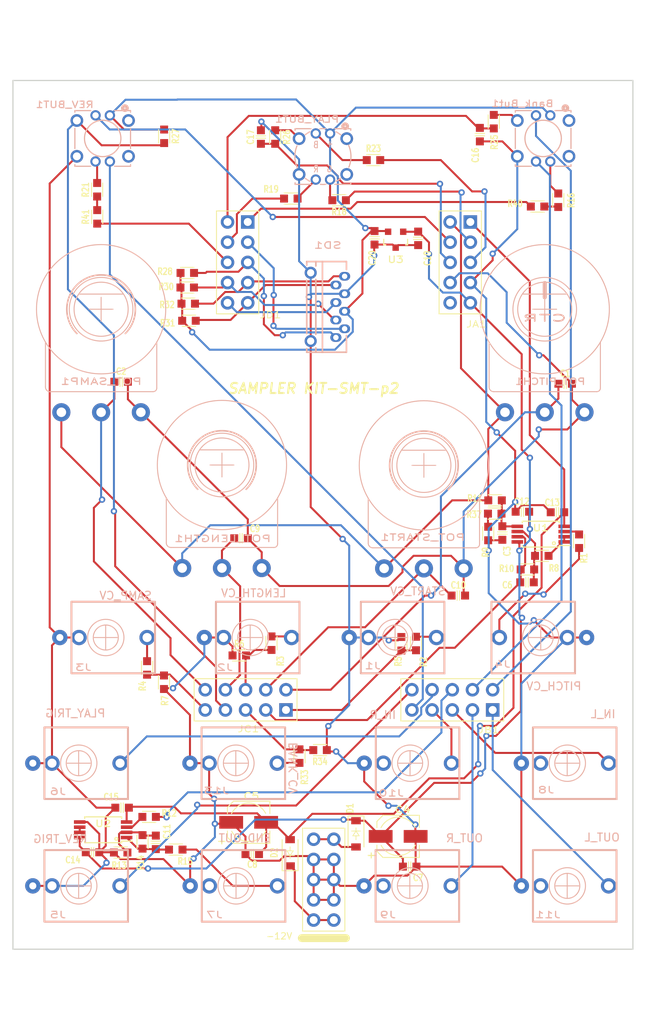
<source format=kicad_pcb>
(kicad_pcb (version 20221018) (generator pcbnew)
  (layers (0 "F.Cu" signal) (31 "B.Cu" signal) (34 "B.Paste" user) (35 "F.Paste" user) (36 "B.SilkS" user "B.Silkscreen") (37 "F.SilkS" user "F.Silkscreen") (38 "B.Mask" user) (39 "F.Mask" user) (44 "Edge.Cuts" user))
  (net 0 "")
  (net 1 "GND")
  (net 2 "+3V3")
  (net 3 "/A4")
  (net 4 "GNDADC")
  (net 5 "/A5")
  (net 6 "Net-(Bank_But1-B)")
  (net 7 "+12V")
  (net 8 "-12VA")
  (net 9 "/A2")
  (net 10 "/A7")
  (net 11 "/A6")
  (net 12 "Net-(R16-Pad1)")
  (net 13 "Net-(C11-Pad2)")
  (net 14 "/D6")
  (net 15 "/D8")
  (net 16 "/A9")
  (net 17 "Net-(R21-Pad1)")
  (net 19 "Net-(Bank_But1-POLE-A)")
  (net 21 "Net-(U1B-+)")
  (net 22 "Net-(U1B--)")
  (net 23 "/D15")
  (net 24 "/D13")
  (net 25 "/AUDIO_IN2")
  (net 26 "Net-(U2A--)")
  (net 27 "/AUDIO_OUT1")
  (net 28 "Net-(D1-A)")
  (net 29 "Net-(D2-K)")
  (net 30 "/AUDIO_OUT2")
  (net 31 "Net-(J1-SIG)")
  (net 32 "/AUDIO_IN1")
  (net 33 "VREF+")
  (net 34 "/D11")
  (net 35 "/D10")
  (net 36 "/D14")
  (net 37 "/D12")
  (net 38 "/Unused(5V)")
  (net 39 "/D0")
  (net 40 "/D1")
  (net 41 "/D3")
  (net 42 "/D2")
  (net 43 "/D5")
  (net 44 "/D19")
  (net 45 "/D18")
  (net 46 "/D7")
  (net 47 "/D17")
  (net 48 "/D16")
  (net 49 "/D9")
  (net 50 "/A0")
  (net 51 "/A1")
  (net 52 "/A3")
  (net 53 "/A8")
  (net 54 "Net-(J2-SIG)")
  (net 55 "Net-(J3-SIG)")
  (net 56 "Net-(J4-SIG)")
  (net 58 "Net-(J7-SIG)")
  (net 63 "Net-(J13-SIG)")
  (net 64 "Net-(PLAY_BUT1-B)")
  (net 65 "Net-(PLAY_BUT1-R)")
  (net 66 "Net-(PLAY_BUT1-G)")
  (net 68 "Net-(PLAY_BUT1-POLE-A)")
  (net 70 "Net-(U1A-+)")
  (net 71 "Net-(U1A--)")
  (net 72 "Net-(R37-Pad1)")
  (net 73 "Net-(U2A-+)")
  (net 74 "Net-(REV_BUT1-R)")
  (net 75 "/D4")
  (net 78 "Net-(U2B--)")
  (footprint "4ms_Capacitor:C_0603" (layer "F.Cu") (at 61.91 111.26)
    (fp_text reference "C7")
    (fp_text value "0.1uF_0603_16V")
  )
  (footprint "4ms_Capacitor:C_0603" (layer "F.Cu") (at 43.2 19.53 90)
    (fp_text reference "C17")
    (fp_text value "0.1uF_0603_16V")
  )
  (footprint "4ms_Resistor:R_0603" (layer "F.Cu") (at 45 19.53 -90)
    (fp_text reference "R26")
    (fp_text value "10k_0603")
  )
  (footprint "4ms_Resistor:R_0603" (layer "F.Cu") (at 62.71 83.21 -90)
    (fp_text reference "R2")
    (fp_text value "47k_0603")
  )
  (footprint "4ms_Resistor:R_0603" (layer "F.Cu") (at 72.61 66.88)
    (fp_text reference "R37")
    (fp_text value "10k_0603")
  )
  (footprint "4ms_Diode:D_SOD-123" (layer "F.Cu") (at 46.87 109.52 90)
    (fp_text reference "D2")
    (fp_text value "B140HW-7")
  )
  (footprint "4ms_Resistor:R_0603" (layer "F.Cu") (at 48.05 97.37 90)
    (fp_text reference "R33")
    (fp_text value "47k_0603")
  )
  (footprint "4ms_Connector:Socket_2x05_2.54mm_TH" (layer "F.Cu") (at 41.271978 90.2938 -90)
    (fp_text reference "JC1")
    (fp_text value "Socket_02x05_TH" hide)
  )
  (footprint "4ms_Resistor:R_0603" (layer "F.Cu") (at 80.6 27.48 90)
    (fp_text reference "R16")
    (fp_text value "1k_0603")
  )
  (footprint "4ms_Capacitor:C_0603" (layer "F.Cu") (at 81.47 50.55)
    (fp_text reference "C1")
    (fp_text value "0.1uF_0603_16V")
  )
  (footprint "4ms_Capacitor:CP_Elec_5x5.3" (layer "F.Cu") (at 60.46 107.46)
    (fp_text reference "C4")
    (fp_text value "47uF_5x5.3_16V")
  )
  (footprint "4ms_Resistor:R_0603" (layer "F.Cu") (at 60.87 83.24 -90)
    (fp_text reference "R5")
    (fp_text value "100k_0603")
  )
  (footprint "4ms_Resistor:R_0603" (layer "F.Cu") (at 28.31 108.15 -90)
    (fp_text reference "R14")
    (fp_text value "47k_0603")
  )
  (footprint "4ms_Resistor:R_0603" (layer "F.Cu") (at 72.49 17.6 -90)
    (fp_text reference "R25")
    (fp_text value "10k_0603")
  )
  (footprint "4ms_Capacitor:C_0603" (layer "F.Cu") (at 25.74 103.85 180)
    (fp_text reference "C15")
    (fp_text value "0.1uF_0603_16V")
  )
  (footprint "4ms_Capacitor:C_0603" (layer "F.Cu") (at 62.98 32.27 -90)
    (fp_text reference "C19")
    (fp_text value "1uF_0603_25V")
  )
  (footprint "4ms_Capacitor:C_0603" (layer "F.Cu") (at 57.49 32.2 -90)
    (fp_text reference "C20")
    (fp_text value "2.2uF_0603_25V")
  )
  (footprint "4ms_Diode:D_SOD-123" (layer "F.Cu") (at 55.16 107.14 -90)
    (fp_text reference "D1")
    (fp_text value "B140HW-7")
  )
  (footprint "4ms_Capacitor:C_0603" (layer "F.Cu") (at 80.5 66.71 180)
    (fp_text reference "C13")
    (fp_text value "0.1uF_0603_16V")
  )
  (footprint "4ms_Resistor:R_0603" (layer "F.Cu") (at 57.36 22.43)
    (fp_text reference "R23")
    (fp_text value "330Ω_0603")
  )
  (footprint "4ms_Capacitor:C_0603" (layer "F.Cu") (at 40.7 69.98)
    (fp_text reference "C9")
    (fp_text value "0.1uF_0603_16V")
  )
  (footprint "4ms_Package_SSOP:TSSOP-8_4.4x3mm_Pitch0.65mm" (layer "F.Cu") (at 78.4 69.46 180)
    (fp_text reference "U1")
    (fp_text value "NJM2068")
  )
  (footprint "4ms_Resistor:R_0603" (layer "F.Cu") (at 33.93 38.45)
    (fp_text reference "R30")
    (fp_text value "33k_0603")
  )
  (footprint "4ms_Resistor:R_0603" (layer "F.Cu") (at 22.6 26.16 90)
    (fp_text reference "R21")
    (fp_text value "1k_0603")
  )
  (footprint "4ms_Connector:Pins_2x05_2.54mm_TH_Europower" (layer "F.Cu") (at 51.1 112.9)
    (fp_text reference "J14" hide)
    (fp_text value "Eurorack_Power_10pin_Unshrouded")
  )
  (footprint "4ms_Resistor:R_0603" (layer "F.Cu") (at 28.88 86.28 -90)
    (fp_text reference "R4")
    (fp_text value "47k_0603")
  )
  (footprint "4ms_Resistor:R_0603" (layer "F.Cu") (at 33.94 36.62)
    (fp_text reference "R28")
    (fp_text value "33k_0603")
  )
  (footprint "4ms_Resistor:R_0603" (layer "F.Cu") (at 78 28.27)
    (fp_text reference "R40")
    (fp_text value "1k_0603")
  )
  (footprint "4ms_Resistor:R_0603" (layer "F.Cu") (at 83.22 70.35 90)
    (fp_text reference "R1")
    (fp_text value "1k_0603")
  )
  (footprint "4ms_Resistor:R_0603" (layer "F.Cu") (at 22.61 29.57 90)
    (fp_text reference "R41")
    (fp_text value "1k_0603")
  )
  (footprint "4ms_Resistor:R_0603" (layer "F.Cu") (at 29.14 105.01 180)
    (fp_text reference "R12")
    (fp_text value "10k_0603")
  )
  (footprint "4ms_Capacitor:C_0603" (layer "F.Cu") (at 42.11 109.69 180)
    (fp_text reference "C8")
    (fp_text value "0.1uF_0603_16V")
  )
  (footprint "4ms_Resistor:R_0603" (layer "F.Cu") (at 31.03 19.44 -90)
    (fp_text reference "R27")
    (fp_text value "47k_0603")
  )
  (footprint "4ms_Capacitor:C_0603" (layer "F.Cu") (at 76.67 75.52)
    (fp_text reference "C6")
    (fp_text value "1nF_0603_50V")
  )
  (footprint "4ms_Resistor:R_0603" (layer "F.Cu") (at 40.48 84.71)
    (fp_text reference "R6")
    (fp_text value "100k_0603")
  )
  (footprint "4ms_Resistor:R_0603" (layer "F.Cu") (at 71.79 69.38 90)
    (fp_text reference "R9")
    (fp_text value "10k_0603")
  )
  (footprint "4ms_Resistor:R_0603" (layer "F.Cu") (at 34.06 40.48)
    (fp_text reference "R32")
    (fp_text value "33k_0603")
  )
  (footprint "4ms_Capacitor:C_0603" (layer "F.Cu") (at 25.62 50.3)
    (fp_text reference "C2")
    (fp_text value "0.1uF_0603_16V")
  )
  (footprint "4ms_Resistor:R_0603" (layer "F.Cu") (at 25.56 109.49)
    (fp_text reference "R13")
    (fp_text value "33k_0603")
  )
  (footprint "4ms_Resistor:R_0603" (layer "F.Cu") (at 46.96 27.27)
    (fp_text reference "R19")
    (fp_text value "330Ω_0603")
  )
  (footprint "4ms_Capacitor:CP_Elec_5x5.3" (layer "F.Cu") (at 41.66 105.69)
    (fp_text reference "C5")
    (fp_text value "47uF_5x5.3_16V")
  )
  (footprint "4ms_Capacitor:C_0603" (layer "F.Cu") (at 22.02 109.46)
    (fp_text reference "C14")
    (fp_text value "0.1uF_0603_16V")
  )
  (footprint "4ms_Resistor:R_0603" (layer "F.Cu") (at 50.64 96.61 180)
    (fp_text reference "R34")
    (fp_text value "100k_0603")
  )
  (footprint "4ms_Connector:Socket_2x05_2.54mm_TH" (layer "F.Cu") (at 68.272 35.293808)
    (fp_text reference "JA1")
    (fp_text value "Socket_02x05_TH" hide)
  )
  (footprint "4ms_Resistor:R_0603" (layer "F.Cu") (at 34.15 42.63)
    (fp_text reference "R31")
    (fp_text value "33k_0603")
  )
  (footprint "4ms_Package_SSOP:TSSOP-8_4.4x3mm_Pitch0.65mm" (layer "F.Cu") (at 23.36 106.63 180)
    (fp_text reference "U2")
    (fp_text value "NJM2068")
  )
  (footprint "4ms_Resistor:R_0603" (layer "F.Cu") (at 31.01 88.08 90)
    (fp_text reference "R7")
    (fp_text value "100k_0603")
  )
  (footprint "4ms_Package_SOT:SOT23-3_PO132" (layer "F.Cu") (at 60.15 32.44 180)
    (fp_text reference "U3")
    (fp_text value "AP7384-33")
  )
  (footprint "4ms_Capacitor:C_0603" (layer "F.Cu") (at 76.09 66.64 180)
    (fp_text reference "C12")
    (fp_text value "0.1uF_0603_16V")
  )
  (footprint "4ms_Capacitor:C_0603" (layer "F.Cu") (at 70.74 19.23 -90)
    (fp_text reference "C16")
    (fp_text value "0.1uF_0603_16V")
  )
  (footprint "4ms_Resistor:R_0603" (layer "F.Cu") (at 72.65 65.21 180)
    (fp_text reference "R11")
    (fp_text value "33k_0603")
  )
  (footprint "4ms_Resistor:R_0603" (layer "F.Cu") (at 76.72 73.9)
    (fp_text reference "R10")
    (fp_text value "33k_0603")
  )
  (footprint "4ms_Resistor:R_0603" (layer "F.Cu") (at 32.49 109.12)
    (fp_text reference "R15")
    (fp_text value "1k_0603")
  )
  (footprint "4ms_Capacitor:C_0603" (layer "F.Cu") (at 29.98 108.21 -90)
    (fp_text reference "C11")
    (fp_text value "100pF_0603_50V")
  )
  (footprint "4ms_Resistor:R_0603" (layer "F.Cu") (at 53.04 27.48 180)
    (fp_text reference "R18")
    (fp_text value "330Ω_0603")
  )
  (footprint "4ms_Connector:Socket_2x05_2.54mm_TH" (layer "F.Cu") (at 67.272002 90.2938 -90)
    (fp_text reference "JB1")
    (fp_text value "Socket_02x05_TH" hide)
  )
  (footprint "4ms_Resistor:R_0603" (layer "F.Cu") (at 78.53 72.19 180)
    (fp_text reference "R8")
    (fp_text value "100k_0603")
  )
  (footprint "4ms_Capacitor:C_0603" (layer "F.Cu") (at 73.57 69.32 90)
    (fp_text reference "C3")
    (fp_text value "0.1uF_0603_16V")
  )
  (footprint "4ms_Connector:Socket_2x05_2.54mm_TH" (layer "F.Cu") (at 40.27198 35.293808)
    (fp_text reference "JD1")
    (fp_text value "Socket_02x05_TH" hide)
  )
  (footprint "4ms_Resistor:R_0603" (layer "F.Cu") (at 44.53 83.17 -90)
    (fp_text reference "R3")
    (fp_text value "47k_0603")
  )
  (footprint "4ms_Capacitor:C_0603" (layer "F.Cu") (at 68.03 77.18)
    (fp_text reference "C10")
    (fp_text value "0.1uF_0603_16V")
  )
  (footprint "4ms_Jack:EighthInch_PJ398SM" (layer "B.Cu") (at 61.957 98.257236 180)
    (fp_text reference "J10")
    (fp_text value "AUDIO_INR")
  )
  (footprint "4ms_Switch:Button_RgbLED_SPST_TC002" (layer "B.Cu") (at 78.7 19.707236 180)
    (fp_text reference "Bank_But1")
    (fp_text value "Button_SPST_RGB_5.4mmCap" hide)
  )
  (footprint "4ms_Connector_Card:CardSlot_MicroSD_YamaichiPJS008U-3000" (layer "B.Cu") (at 51.01 41.29 90)
    (fp_text reference "SD1")
    (fp_text value "microSDCon_Vert_TH_PJS008U-3000")
  )
  (footprint "4ms_Potentiometer:Pot_16mm_NoDet_RV16AF-4A" (layer "B.Cu") (at 38.3 60.77 180)
    (fp_text reference "POT_LENGTH1")
    (fp_text value "16mm_NoDet_10k")
  )
  (footprint "4ms_Jack:EighthInch_PJ398SM" (layer "B.Cu") (at 41.85 82.457236 180)
    (fp_text reference "J2")
    (fp_text value "LENGTH_CV")
  )
  (footprint "4ms_Potentiometer:Pot_16mm_CtrDet_RV16AF-4A" (layer "B.Cu") (at 78.9 41.182236 180)
    (fp_text reference "POT_PITCH1")
    (fp_text value "16mm_CtrDet_10k")
  )
  (footprint "4ms_Jack:EighthInch_PJ398SM" (layer "B.Cu") (at 40.07 113.682236 180)
    (fp_text reference "J7")
    (fp_text value "END_OUT")
  )
  (footprint "4ms_Jack:EighthInch_PJ398SM" (layer "B.Cu") (at 20.275 98.257236 180)
    (fp_text reference "J6")
    (fp_text value "PLAY_TRIG")
  )
  (footprint "4ms_Jack:EighthInch_PJ398SM" (layer "B.Cu") (at 78.4 82.457236)
    (fp_text reference "J4")
    (fp_text value "PITCH CV")
  )
  (footprint "4ms_Switch:Button_RgbLED_SPST_TC002" (layer "B.Cu") (at 23.3 19.707236 180)
    (fp_text reference "REV_BUT1")
    (fp_text value "Button_SPST_RGB_5.4mmCap" hide)
  )
  (footprint "4ms_Jack:EighthInch_PJ398SM" (layer "B.Cu") (at 20.275 113.682236 180)
    (fp_text reference "J5")
    (fp_text value "REV_TRIG")
  )
  (footprint "4ms_Jack:EighthInch_PJ398SM" (layer "B.Cu") (at 61.93 113.682236 180)
    (fp_text reference "J9")
    (fp_text value "AUIDO_OUTR")
  )
  (footprint "4ms_Jack:EighthInch_PJ398SM" (layer "B.Cu") (at 81.725 98.257236 180)
    (fp_text reference "J8")
    (fp_text value "AUDIO_INL")
  )
  (footprint "4ms_Jack:EighthInch_PJ398SM" (layer "B.Cu") (at 60.075 82.457236 180)
    (fp_text reference "J1")
    (fp_text value "START_CV")
  )
  (footprint "4ms_Jack:EighthInch_PJ398SM" (layer "B.Cu") (at 81.725 113.682236 180)
    (fp_text reference "J11")
    (fp_text value "AUDIO_OUTL")
  )
  (footprint "4ms_Jack:EighthInch_PJ398SM" (layer "B.Cu") (at 40.043 98.257236 180)
    (fp_text reference "J13")
    (fp_text value "BANK_CV")
  )
  (footprint "4ms_Potentiometer:Pot_16mm_NoDet_RV16AF-4A" (layer "B.Cu") (at 63.7 60.814319 180)
    (fp_text reference "POT_START1")
    (fp_text value "16mm_NoDet_10k")
  )
  (footprint "4ms_Switch:Button_RgbLED_SPST_PB615303HL-7mm" (layer "B.Cu") (at 51 21.982236 180)
    (fp_text reference "PLAY_BUT1")
    (fp_text value "Button_SPST_RGB_7mmCap" hide)
  )
  (footprint "4ms_Potentiometer:Pot_16mm_NoDet_RV16AF-4A" (layer "B.Cu") (at 23.1 41.182236 180)
    (fp_text reference "POT_SAMP1")
    (fp_text value "16mm_NoDet_10k")
  )
  (footprint "4ms_Jack:EighthInch_PJ398SM" (layer "B.Cu") (at 23.675 82.457236 180)
    (fp_text reference "J3")
    (fp_text value "SAMP_CV")
  )
  (gr_line (start 89.989 121.6438) (end 89.989 12.4238) (stroke (width 0.15)) (layer "Edge.Cuts"))
  (gr_line (start 12.011 121.6438) (end 89.989 121.6438) (stroke (width 0.15)) (layer "Edge.Cuts"))
  (gr_line (start 12.011 12.4238) (end 89.989 12.4238) (stroke (width 0.15)) (layer "Edge.Cuts"))
  (gr_line (start 12.011 121.6438) (end 12.011 12.4238) (stroke (width 0.15)) (layer "Edge.Cuts"))
  (gr_text "REV_TRIG" (at 14.5 107.2) (layer "B.SilkS") (effects (font (size 1 1)) (justify right top mirror)))
  (gr_text "IN_L" (at 84.6 91.5) (layer "B.SilkS") (effects (font (size 1 1)) (justify right top mirror)))
  (gr_text "END_OUT" (at 37.8 107.1) (layer "B.SilkS") (effects (font (size 1 1)) (justify right top mirror)))
  (gr_text "BANK_CV" (at 46.69 102.24 90) (layer "B.SilkS") (effects (font (size 1 1)) (justify right top mirror)))
  (gr_text "OUT_L" (at 83.8 107) (layer "B.SilkS") (effects (font (size 1 1)) (justify right top mirror)))
  (gr_text "START_CV" (at 59.37 76.05) (layer "B.SilkS") (effects (font (size 1 1)) (justify right top mirror)))
  (gr_text "OUT_R" (at 66.4 107.1) (layer "B.SilkS") (effects (font (size 1 1)) (justify right top mirror)))
  (gr_text "LENGTH_CV" (at 38.1 76.3) (layer "B.SilkS") (effects (font (size 1 1)) (justify right top mirror)))
  (gr_text "IN_R" (at 56.8 91.6) (layer "B.SilkS") (effects (font (size 1 1)) (justify right top mirror)))
  (gr_text "SAMP_CV" (at 22.8 76.6) (layer "B.SilkS") (effects (font (size 1 1)) (justify right top mirror)))
  (gr_text "PLAY_TRIG" (at 16 91.4) (layer "B.SilkS") (effects (font (size 1 1)) (justify right top mirror)))
  (gr_text "PITCH_CV" (at 76.5 88) (layer "B.SilkS") (effects (font (size 1 1)) (justify right top mirror)))
  (gr_text "SAMPLER KIT-SMT-p2" (at 49.82 51.14) (layer "F.SilkS") (effects (font (size 1.27 1.27) (thickness 0.254) bold italic)))
  (segment (start 62.66 107.46) (end 62.66 111.16) (width 0.25) (layer "F.Cu") (net 1))
  (segment (start 34.3042 110.6658) (end 34.73 110.24) (width 0.25) (layer "F.Cu") (net 1))
  (segment (start 71.79 70.23) (end 73.51 70.23) (width 0.25) (layer "F.Cu") (net 1))
  (segment (start 20.05 21.957236) (end 16.632 25.375236) (width 0.25) (layer "F.Cu") (net 1))
  (segment (start 37.41 105.87) (end 39.28 105.87) (width 0.25) (layer "F.Cu") (net 1))
  (segment (start 52.37 112.9) (end 52.37 110.36) (width 0.25) (layer "F.Cu") (net 1))
  (segment (start 75.18 58.99) (end 72.857701 56.667701) (width 0.25) (layer "F.Cu") (net 1))
  (segment (start 53.48 70.07) (end 49.46008 66.05008) (width 0.25) (layer "F.Cu") (net 1))
  (segment (start 25.535 110.315) (end 24.71 109.49) (width 0.25) (layer "F.Cu") (net 1))
  (segment (start 16.632 25.375236) (end 16.632 81.180036) (width 0.25) (layer "F.Cu") (net 1))
  (segment (start 16.9222 83.444236) (end 17.9092 82.457236) (width 0.25) (layer "F.Cu") (net 1))
  (segment (start 73.572764 20.08) (end 75.45 21.957236) (width 0.25) (layer "F.Cu") (net 1))
  (segment (start 75.24 66.64) (end 76.065 65.815) (width 0.25) (layer "F.Cu") (net 1))
  (segment (start 36.0842 82.457236) (end 38.4972 82.457236) (width 0.25) (layer "F.Cu") (net 1))
  (segment (start 24.89 103.85) (end 22.514964 103.85) (width 0.25) (layer "F.Cu") (net 1))
  (segment (start 22.514964 103.85) (end 16.9222 98.257236) (width 0.25) (layer "F.Cu") (net 1))
  (segment (start 49.46008 39.86008) (end 49.46008 45.1826) (width 0.25) (layer "F.Cu") (net 1))
  (segment (start 34.2772 92.1972) (end 31.01 88.93) (width 0.25) (layer "F.Cu") (net 1))
  (segment (start 61.627964 112.392036) (end 57.4544 112.392036) (width 0.25) (layer "F.Cu") (net 1))
  (segment (start 84.1658 82.457236) (end 81.7528 82.457236) (width 0.25) (layer "F.Cu") (net 1))
  (segment (start 39.63 83.590036) (end 38.4972 82.457236) (width 0.25) (layer "F.Cu") (net 1))
  (segment (start 20.41 105.655) (end 21.385 105.655) (width 0.25) (layer "F.Cu") (net 1))
  (segment (start 69.542 37.833808) (end 72.35 35.025808) (width 0.25) (layer "F.Cu") (net 1))
  (segment (start 22.87 109.46) (end 23.68 108.65) (width 0.25) (layer "F.Cu") (net 1))
  (segment (start 34.2772 98.257236) (end 34.2772 92.1972) (width 0.25) (layer "F.Cu") (net 1))
  (segment (start 23.78 110.37) (end 22.87 109.46) (width 0.25) (layer "F.Cu") (net 1))
  (segment (start 57.49 33.05) (end 59.76178 33.05) (width 0.25) (layer "F.Cu") (net 1))
  (segment (start 56.1642 113.682236) (end 53.152236 113.682236) (width 0.25) (layer "F.Cu") (net 1))
  (segment (start 59.28 82.81) (end 60.45 82.81) (width 0.25) (layer "F.Cu") (net 1))
  (segment (start 72.35 35.025808) (end 72.35 34.2) (width 0.25) (layer "F.Cu") (net 1))
  (segment (start 20.3222 82.457236) (end 17.9092 82.457236) (width 0.25) (layer "F.Cu") (net 1))
  (segment (start 62.63 105.97) (end 62.63 107.43) (width 0.25) (layer "F.Cu") (net 1))
  (segment (start 16.632 81.180036) (end 17.9092 82.457236) (width 0.25) (layer "F.Cu") (net 1))
  (segment (start 41.26 107.49) (end 39.46 105.69) (width 0.25) (layer "F.Cu") (net 1))
  (segment (start 49.83 110.36) (end 49.83 112.9) (width 0.25) (layer "F.Cu") (net 1))
  (segment (start 41.26 109.69) (end 41.26 107.49) (width 0.25) (layer "F.Cu") (net 1))
  (segment (start 78.755 65.815) (end 79.65 66.71) (width 0.25) (layer "F.Cu") (net 1))
  (segment (start 62.76 111.26) (end 73.536964 111.26) (width 0.25) (layer "F.Cu") (net 1))
  (segment (start 42.085 110.515) (end 45.555 110.515) (width 0.25) (layer "F.Cu") (net 1))
  (segment (start 21.385 105.655) (end 22.87 107.14) (width 0.25) (layer "F.Cu") (net 1))
  (segment (start 49.46008 66.05008) (end 49.46008 45.1826) (width 0.25) (layer "F.Cu") (net 1))
  (segment (start 34.3042 113.682236) (end 30.936964 110.315) (width 0.25) (layer "F.Cu") (net 1))
  (segment (start 73.536964 111.26) (end 75.9592 113.682236) (width 0.25) (layer "F.Cu") (net 1))
  (segment (start 46.135 109.935) (end 49.405 109.935) (width 0.25) (layer "F.Cu") (net 1))
  (segment (start 60.45 82.81) (end 60.87 82.39) (width 0.25) (layer "F.Cu") (net 1))
  (segment (start 79.697236 82.457236) (end 77.525602 80.285602) (width 0.25) (layer "F.Cu") (net 1))
  (segment (start 22.87 109.46) (end 24.68 109.46) (width 0.25) (layer "F.Cu") (net 1))
  (segment (start 49.24 39.64) (end 49.46008 39.86008) (width 0.25) (layer "F.Cu") (net 1))
  (segment (start 76.065 65.815) (end 78.755 65.815) (width 0.25) (layer "F.Cu") (net 1))
  (segment (start 71.85 71.52) (end 71.85 70.29) (width 0.25) (layer "F.Cu") (net 1))
  (segment (start 34.3042 113.682236) (end 34.3042 110.6658) (width 0.25) (layer "F.Cu") (net 1))
  (segment (start 22.87 107.14) (end 22.87 109.46) (width 0.25) (layer "F.Cu") (net 1))
  (segment (start 75.9592 113.682236) (end 75.9592 98.257236) (width 0.25) (layer "F.Cu") (net 1))
  (segment (start 59.76178 33.05) (end 60.15 33.43822) (width 0.25) (layer "F.Cu") (net 1))
  (segment (start 49.83 115.44) (end 52.37 115.44) (width 0.25) (layer "F.Cu") (net 1))
  (segment (start 23.68 105.06) (end 24.89 103.85) (width 0.25) (layer "F.Cu") (net 1))
  (segment (start 39.63 84.71) (end 39.63 83.590036) (width 0.25) (layer "F.Cu") (net 1))
  (segment (start 52.66 96.79) (end 51.67 96.79) (width 0.25) (layer "F.Cu") (net 1))
  (segment (start 49.83 112.9) (end 49.83 115.44) (width 0.25) (layer "F.Cu") (net 1))
  (segment (start 70.74 20.08) (end 73.572764 20.08) (width 0.25) (layer "F.Cu") (net 1))
  (segment (start 81.7528 82.457236) (end 79.697236 82.457236) (width 0.25) (layer "F.Cu") (net 1))
  (segment (start 45.555 110.515) (end 46.135 109.935) (width 0.25) (layer "F.Cu") (net 1))
  (segment (start 57.45 34.43) (end 57.45 33.09) (width 0.25) (layer "F.Cu") (net 1))
  (segment (start 41.26 109.69) (end 42.085 110.515) (width 0.25) (layer "F.Cu") (net 1))
  (segment (start 75.18 65.42) (end 75.18 66.58) (width 0.25) (layer "F.Cu") (net 1))
  (segment (start 49.83 112.9) (end 52.37 112.9) (width 0.25) (layer "F.Cu") (net 1))
  (segment (start 32.14 88.83) (end 31.11 88.83) (width 0.25) (layer "F.Cu") (net 1))
  (segment (start 52.37 112.9) (end 52.37 115.44) (width 0.25) (layer "F.Cu") (net 1))
  (segment (start 23.68 108.65) (end 23.68 105.06) (width 0.25) (layer "F.Cu") (net 1))
  (segment (start 43.26 17.5945) (end 43.26 18.62) (width 0.25) (layer "F.Cu") (net 1))
  (segment (start 60.46822 33.12) (end 60.15 33.43822) (width 0.25) (layer "F.Cu") (net 1))
  (segment (start 37.31 102.73) (end 36.6902 102.1102) (width 0.25) (layer "F.Cu") (net 1))
  (segment (start 14.5092 113.682236) (end 16.9222 113.682236) (width 0.25) (layer "F.Cu") (net 1))
  (segment (start 34.2772 98.257236) (end 36.6902 98.257236) (width 0.25) (layer "F.Cu") (net 1))
  (segment (start 62.98 33.12) (end 60.46822 33.12) (width 0.25) (layer "F.Cu") (net 1))
  (segment (start 53.152236 113.682236) (end 52.37 112.9) (width 0.25) (layer "F.Cu") (net 1))
  (segment (start 57.4544 112.392036) (end 56.1642 113.682236) (width 0.25) (layer "F.Cu") (net 1))
  (segment (start 62.76 111.26) (end 61.627964 112.392036) (width 0.25) (layer "F.Cu") (net 1))
  (segment (start 51.49 96.61) (end 51.49 93.78) (width 0.25) (layer "F.Cu") (net 1))
  (segment (start 23.78 110.77) (end 23.78 110.37) (width 0.25) (layer "F.Cu") (net 1))
  (segment (start 52.37 110.36) (end 49.83 110.36) (width 0.25) (layer "F.Cu") (net 1))
  (segment (start 56.1912 100.5512) (end 59.25 103.61) (width 0.25) (layer "F.Cu") (net 1))
  (segment (start 75.18 65.42) (end 75.18 58.99) (width 0.25) (layer "F.Cu") (net 1))
  (segment (start 30.936964 110.315) (end 25.535 110.315) (width 0.25) (layer "F.Cu") (net 1))
  (segment (start 51.49 93.78) (end 51.68 93.59) (width 0.25) (layer "F.Cu") (net 1))
  (segment (start 14.5092 98.257236) (end 16.9222 98.257236) (width 0.25) (layer "F.Cu") (net 1))
  (segment (start 56.1912 98.257236) (end 56.1912 100.5512) (width 0.25) (layer "F.Cu") (net 1))
  (segment (start 36.6902 102.1102) (end 36.6902 98.257236) (width 0.25) (layer "F.Cu") (net 1))
  (segment (start 16.9222 98.257236) (end 16.9222 83.444236) (width 0.25) (layer "F.Cu") (net 1))
  (via (at 53.48 70.07) (size 0.8) (drill 0.4) (layers "F.Cu" "B.Cu") (net 1))
  (via (at 49.24 39.64) (size 0.8) (drill 0.4) (layers "F.Cu" "B.Cu") (net 1))
  (via (at 72.35 34.2) (size 0.8) (drill 0.4) (layers "F.Cu" "B.Cu") (net 1))
  (via (at 72.857701 56.667701) (size 0.8) (drill 0.4) (layers "F.Cu" "B.Cu") (net 1))
  (via (at 23.78 110.77) (size 0.8) (drill 0.4) (layers "F.Cu" "B.Cu") (net 1))
  (via (at 51.68 93.59) (size 0.8) (drill 0.4) (layers "F.Cu" "B.Cu") (net 1))
  (via (at 75.18 65.42) (size 0.8) (drill 0.4) (layers "F.Cu" "B.Cu") (net 1))
  (via (at 57.45 34.43) (size 0.8) (drill 0.4) (layers "F.Cu" "B.Cu") (net 1))
  (via (at 32.14 88.83) (size 0.8) (drill 0.4) (layers "F.Cu" "B.Cu") (net 1))
  (via (at 62.63 105.97) (size 0.8) (drill 0.4) (layers "F.Cu" "B.Cu") (net 1))
  (via (at 59.28 82.81) (size 0.8) (drill 0.4) (layers "F.Cu" "B.Cu") (net 1))
  (via (at 37.41 105.87) (size 0.8) (drill 0.4) (layers "F.Cu" "B.Cu") (net 1))
  (via (at 34.73 110.24) (size 0.8) (drill 0.4) (layers "F.Cu" "B.Cu") (net 1))
  (via (at 43.26 17.5945) (size 0.8) (drill 0.4) (layers "F.Cu" "B.Cu") (net 1))
  (via (at 37.31 102.73) (size 0.8) (drill 0.4) (layers "F.Cu" "B.Cu") (net 1))
  (via (at 77.525602 80.285602) (size 0.8) (drill 0.4) (layers "F.Cu" "B.Cu") (net 1))
  (via (at 52.66 96.79) (size 0.8) (drill 0.4) (layers "F.Cu" "B.Cu") (net 1))
  (via (at 59.25 103.61) (size 0.8) (drill 0.4) (layers "F.Cu" "B.Cu") (net 1))
  (via (at 71.85 71.52) (size 0.8) (drill 0.4) (layers "F.Cu" "B.Cu") (net 1))
  (segment (start 48.004 24.232236) (end 48.004 22.3385) (width 0.25) (layer "B.Cu") (net 1))
  (segment (start 75.675 80.705) (end 71.85 76.88) (width 0.25) (layer "B.Cu") (net 1))
  (segment (start 20.867764 113.682236) (end 23.78 110.77) (width 0.25) (layer "B.Cu") (net 1))
  (segment (start 77.525602 80.285602) (end 77.106204 80.705) (width 0.25) (layer "B.Cu") (net 1))
  (segment (start 57.45 35.519963) (end 57.45 34.43) (width 0.25) (layer "B.Cu") (net 1))
  (segment (start 71.85 76.88) (end 71.85 71.52) (width 0.25) (layer "B.Cu") (net 1))
  (segment (start 71.542412 39.83422) (end 69.542 37.833808) (width 0.25) (layer "B.Cu") (net 1))
  (segment (start 54.3092 70.8992) (end 53.48 70.07) (width 0.25) (layer "B.Cu") (net 1))
  (segment (start 37.41 102.83) (end 37.31 102.73) (width 0.25) (layer "B.Cu") (net 1))
  (segment (start 56.7222 82.457236) (end 54.3092 82.457236) (width 0.25) (layer "B.Cu") (net 1))
  (segment (start 36.0842 84.8858) (end 32.14 88.83) (width 0.25) (layer "B.Cu") (net 1))
  (segment (start 49.46008 39.41992) (end 49.24 39.64) (width 0.25) (layer "B.Cu") (net 1))
  (segment (start 37.41 105.87) (end 37.41 102.83) (width 0.25) (layer "B.Cu") (net 1))
  (segment (start 54.3092 90.9608) (end 54.3092 82.457236) (width 0.25) (layer "B.Cu") (net 1))
  (segment (start 54.3092 82.457236) (end 54.3092 70.8992) (width 0.25) (layer "B.Cu") (net 1))
  (segment (start 58.927236 82.457236) (end 59.28 82.81) (width 0.25) (layer "B.Cu") (net 1))
  (segment (start 72.35 34.2) (end 75.45 31.1) (width 0.25) (layer "B.Cu") (net 1))
  (segment (start 36.0842 82.457236) (end 36.0842 84.8858) (width 0.25) (layer "B.Cu") (net 1))
  (segment (start 49.46008 36.5974) (end 49.46008 39.41992) (width 0.25) (layer "B.Cu") (net 1))
  (segment (start 49.639857 39.240143) (end 49.24 39.64) (width 0.25) (layer "B.Cu") (net 1))
  (segment (start 56.7222 82.457236) (end 58.927236 82.457236) (width 0.25) (layer "B.Cu") (net 1))
  (segment (start 72.857701 56.667701) (end 71.542412 55.352412) (width 0.25) (layer "B.Cu") (net 1))
  (segment (start 71.542412 55.352412) (end 71.542412 39.83422) (width 0.25) (layer "B.Cu") (net 1))
  (segment (start 53.72982 39.240143) (end 57.45 35.519963) (width 0.25) (layer "B.Cu") (net 1))
  (segment (start 53.72982 39.240143) (end 49.639857 39.240143) (width 0.25) (layer "B.Cu") (net 1))
  (segment (start 59.25 103.61) (end 60.27 103.61) (width 0.25) (layer "B.Cu") (net 1))
  (segment (start 48.004 22.3385) (end 43.26 17.5945) (width 0.25) (layer "B.Cu") (net 1))
  (segment (start 77.106204 80.705) (end 75.675 80.705) (width 0.25) (layer "B.Cu") (net 1))
  (segment (start 75.18 65.42) (end 71.85 68.75) (width 0.25) (layer "B.Cu") (net 1))
  (segment (start 34.73 110.24) (end 37.41 107.56) (width 0.25) (layer "B.Cu") (net 1))
  (segment (start 75.9592 98.257236) (end 75.9592 88.250836) (width 0.25) (layer "B.Cu") (net 1))
  (segment (start 75.45 31.1) (end 75.45 21.957236) (width 0.25) (layer "B.Cu") (net 1))
  (segment (start 54.127236 98.257236) (end 52.66 96.79) (width 0.25) (layer "B.Cu") (net 1))
  (segment (start 56.1912 98.257236) (end 54.127236 98.257236) (width 0.25) (layer "B.Cu") (net 1))
  (segment (start 60.27 103.61) (end 62.63 105.97) (width 0.25) (layer "B.Cu") (net 1))
  (segment (start 75.9592 88.250836) (end 81.7528 82.457236) (width 0.25) (layer "B.Cu") (net 1))
  (segment (start 37.41 107.56) (end 37.41 105.87) (width 0.25) (layer "B.Cu") (net 1))
  (segment (start 51.68 93.59) (end 54.3092 90.9608) (width 0.25) (layer "B.Cu") (net 1))
  (segment (start 16.9222 113.682236) (end 20.867764 113.682236) (width 0.25) (layer "B.Cu") (net 1))
  (segment (start 71.85 68.75) (end 71.85 71.52) (width 0.25) (layer "B.Cu") (net 1))
  (segment (start 48.004 35.14132) (end 49.46008 36.5974) (width 0.25) (layer "B.Cu") (net 1))
  (segment (start 48.004 24.232236) (end 48.004 35.14132) (width 0.25) (layer "B.Cu") (net 1))
  (segment (start 33.09 38.44) (end 33.09 36.62) (width 0.25) (layer "F.Cu") (net 2))
  (segment (start 56.34 30.98) (end 57.12 30.98) (width 0.25) (layer "F.Cu") (net 2))
  (segment (start 31.03 18.59) (end 25.982764 18.59) (width 0.25) (layer "F.Cu") (net 2))
  (segment (start 34.55 44.07) (end 34.55 43.88) (width 0.25) (layer "F.Cu") (net 2))
  (segment (start 57.49 31.35) (end 59.11076 31.35) (width 0.25) (layer "F.Cu") (net 2))
  (segment (start 33.21 40.48) (end 33.21 38.58) (width 0.25) (layer "F.Cu") (net 2))
  (segment (start 34.55 43.88) (end 33.3 42.63) (width 0.25) (layer "F.Cu") (net 2))
  (segment (start 55.97 39.199857) (end 53.72982 41.440037) (width 0.25) (layer "F.Cu") (net 2))
  (segment (start 25.982764 18.59) (end 24.2 16.807236) (width 0.25) (layer "F.Cu") (net 2))
  (segment (start 57.12 31.35) (end 55.97 32.5) (width 0.25) (layer "F.Cu") (net 2))
  (segment (start 55.97 32.5) (end 55.97 39.199857) (width 0.25) (layer "F.Cu") (net 2))
  (segment (start 33.3 42.63) (end 33.3 40.57) (width 0.25) (layer "F.Cu") (net 2))
  (via (at 34.55 44.07) (size 0.8) (drill 0.4) (layers "F.Cu" "B.Cu") (net 2))
  (via (at 56.34 30.98) (size 0.8) (drill 0.4) (layers "F.Cu" "B.Cu") (net 2))
  (segment (start 51.9 19.082236) (end 55.15 15.832236) (width 0.25) (layer "B.Cu") (net 2))
  (segment (start 47.627764 14.81) (end 32.7 14.81) (width 0.25) (layer "B.Cu") (net 2))
  (segment (start 54.75332 42.463537) (end 54.75332 44.02668) (width 0.25) (layer "B.Cu") (net 2))
  (segment (start 51.9 23.503377) (end 52.875 24.478377) (width 0.25) (layer "B.Cu") (net 2))
  (segment (start 32.67 14.84) (end 26.167236 14.84) (width 0.25) (layer "B.Cu") (net 2))
  (segment (start 52.875 24.478377) (end 52.875 27.515) (width 0.25) (layer "B.Cu") (net 2))
  (segment (start 54.75332 44.02668) (end 52.5104 46.2696) (width 0.25) (layer "B.Cu") (net 2))
  (segment (start 36.7496 46.2696) (end 34.55 44.07) (width 0.25) (layer "B.Cu") (net 2))
  (segment (start 52.5104 46.2696) (end 36.7496 46.2696) (width 0.25) (layer "B.Cu") (net 2))
  (segment (start 52.875 27.515) (end 56.34 30.98) (width 0.25) (layer "B.Cu") (net 2))
  (segment (start 32.7 14.81) (end 32.67 14.84) (width 0.25) (layer "B.Cu") (net 2))
  (segment (start 26.167236 14.84) (end 24.2 16.807236) (width 0.25) (layer "B.Cu") (net 2))
  (segment (start 53.72982 41.440037) (end 54.75332 42.463537) (width 0.25) (layer "B.Cu") (net 2))
  (segment (start 51.9 19.082236) (end 47.627764 14.81) (width 0.25) (layer "B.Cu") (net 2))
  (segment (start 78.625 15.832236) (end 79.6 16.807236) (width 0.25) (layer "B.Cu") (net 2))
  (segment (start 55.15 15.832236) (end 78.625 15.832236) (width 0.25) (layer "B.Cu") (net 2))
  (segment (start 51.9 19.082236) (end 51.9 23.503377) (width 0.25) (layer "B.Cu") (net 2))
  (segment (start 46.228178 96.52) (end 48.05 96.52) (width 0.25) (layer "F.Cu") (net 3))
  (segment (start 41.271978 91.5638) (end 46.228178 96.52) (width 0.25) (layer "F.Cu") (net 3))
  (segment (start 49.79 96.61) (end 48.14 96.61) (width 0.25) (layer "F.Cu") (net 3))
  (segment (start 61.01 73.57) (end 61.01 74.24) (width 0.25) (layer "F.Cu") (net 4))
  (segment (start 43.3 71.73) (end 41.55 69.98) (width 0.25) (layer "F.Cu") (net 4))
  (segment (start 83.9 54.136236) (end 81.736236 56.3) (width 0.25) (layer "F.Cu") (net 4))
  (segment (start 78.21 46.97) (end 78.74 46.97) (width 0.25) (layer "F.Cu") (net 4))
  (segment (start 26.47 52.506236) (end 28.1 54.136236) (width 0.25) (layer "F.Cu") (net 4))
  (segment (start 41.55 69.98) (end 41.55 67.586236) (width 0.25) (layer "F.Cu") (net 4))
  (segment (start 82.32 50.55) (end 82.32 52.556236) (width 0.25) (layer "F.Cu") (net 4))
  (segment (start 67.111681 72.18) (end 62.4 72.18) (width 0.25) (layer "F.Cu") (net 4))
  (segment (start 61.01 74.24) (end 59.27 75.98) (width 0.25) (layer "F.Cu") (net 4))
  (segment (start 78.74 46.97) (end 82.32 50.55) (width 0.25) (layer "F.Cu") (net 4))
  (segment (start 59.27 75.98) (end 45.556 75.98) (width 0.25) (layer "F.Cu") (net 4))
  (segment (start 68.7 73.768319) (end 67.111681 72.18) (width 0.25) (layer "F.Cu") (net 4))
  (segment (start 82.32 52.556236) (end 83.9 54.136236) (width 0.25) (layer "F.Cu") (net 4))
  (segment (start 43.3 73.724) (end 43.3 71.73) (width 0.25) (layer "F.Cu") (net 4))
  (segment (start 26.47 50.3) (end 26.47 52.506236) (width 0.25) (layer "F.Cu") (net 4))
  (segment (start 41.55 67.586236) (end 28.1 54.136236) (width 0.25) (layer "F.Cu") (net 4))
  (segment (start 45.556 75.98) (end 43.3 73.724) (width 0.25) (layer "F.Cu") (net 4))
  (segment (start 81.736236 56.3) (end 78.15 56.3) (width 0.25) (layer "F.Cu") (net 4))
  (segment (start 68.7 73.768319) (end 68.7 77) (width 0.25) (layer "F.Cu") (net 4))
  (segment (start 62.4 72.18) (end 61.01 73.57) (width 0.25) (layer "F.Cu") (net 4))
  (via (at 78.21 46.97) (size 0.8) (drill 0.4) (layers "F.Cu" "B.Cu") (net 4))
  (via (at 78.15 56.3) (size 0.8) (drill 0.4) (layers "F.Cu" "B.Cu") (net 4))
  (segment (start 78.15 56.3) (end 78.15 57.17) (width 0.25) (layer "B.Cu") (net 4))
  (segment (start 74.11 39.04) (end 71.728808 36.658808) (width 0.25) (layer "B.Cu") (net 4))
  (segment (start 68.177 36.658808) (end 67.002 37.833808) (width 0.25) (layer "B.Cu") (net 4))
  (segment (start 71.728808 36.658808) (end 68.177 36.658808) (width 0.25) (layer "B.Cu") (net 4))
  (segment (start 74.11 42.87) (end 74.11 39.04) (width 0.25) (layer "B.Cu") (net 4))
  (segment (start 68.7 66.62) (end 78.15 57.17) (width 0.25) (layer "B.Cu") (net 4))
  (segment (start 68.7 66.62) (end 68.7 73.768319) (width 0.25) (layer "B.Cu") (net 4))
  (segment (start 78.21 46.97) (end 74.11 42.87) (width 0.25) (layer "B.Cu") (net 4))
  (segment (start 44.53 84.02) (end 42.41 84.02) (width 0.25) (layer "F.Cu") (net 5))
  (segment (start 42.41 84.02) (end 42.35 84.08) (width 0.25) (layer "F.Cu") (net 5))
  (segment (start 41.271978 89.0238) (end 41.271978 85.158022) (width 0.25) (layer "F.Cu") (net 5))
  (segment (start 41.271978 85.158022) (end 42.35 84.08) (width 0.25) (layer "F.Cu") (net 5))
  (segment (start 79.6 22.607236) (end 79.6 25.63) (width 0.25) (layer "F.Cu") (net 6))
  (segment (start 79.6 25.63) (end 80.6 26.63) (width 0.25) (layer "F.Cu") (net 6))
  (segment (start 61.06 110.26) (end 58.26 107.46) (width 0.25) (layer "F.Cu") (net 7))
  (segment (start 69.617436 100.73) (end 70.8 99.547436) (width 0.25) (layer "F.Cu") (net 7))
  (segment (start 77.03 59.86) (end 76 58.83) (width 0.25) (layer "F.Cu") (net 7))
  (segment (start 76.04 79.98) (end 75.9 80.12) (width 0.25) (layer "F.Cu") (net 7))
  (segment (start 55.16 105.49) (end 56.29 105.49) (width 0.25) (layer "F.Cu") (net 7))
  (segment (start 53.59 105.35) (end 55.02 105.35) (width 0.25) (layer "F.Cu") (net 7))
  (segment (start 76.94 66.64) (end 76.94 68.73) (width 0.25) (layer "F.Cu") (net 7))
  (segment (start 29 111.5) (end 23.21 111.5) (width 0.25) (layer "F.Cu") (net 7))
  (segment (start 75.9 91.69) (end 72.7614 94.8286) (width 0.25) (layer "F.Cu") (net 7))
  (segment (start 64.34 32.78) (end 62.98 31.42) (width 0.25) (layer "F.Cu") (net 7))
  (segment (start 23.21 111.5) (end 21.17 109.46) (width 0.25) (layer "F.Cu") (net 7))
  (segment (start 58.26 107.46) (end 64.99 100.73) (width 0.25) (layer "F.Cu") (net 7))
  (segment (start 64.34 34.26) (end 64.34 32.78) (width 0.25) (layer "F.Cu") (net 7))
  (segment (start 64.99 100.73) (end 69.617436 100.73) (width 0.25) (layer "F.Cu") (net 7))
  (segment (start 20.41 108.7) (end 21.17 109.46) (width 0.25) (layer "F.Cu") (net 7))
  (segment (start 75.9 80.12) (end 75.9 91.69) (width 0.25) (layer "F.Cu") (net 7))
  (segment (start 75.71 71.53) (end 75.71 70.695) (width 0.25) (layer "F.Cu") (net 7))
  (segment (start 56.29 105.49) (end 58.26 107.46) (width 0.25) (layer "F.Cu") (net 7))
  (segment (start 20.41 107.605) (end 20.41 108.7) (width 0.25) (layer "F.Cu") (net 7))
  (segment (start 61.1 31.43924) (end 62.96076 31.43924) (width 0.25) (layer "F.Cu") (net 7))
  (segment (start 76.94 68.73) (end 77.03 68.82) (width 0.25) (layer "F.Cu") (net 7))
  (segment (start 72.7614 94.8286) (end 71.5614 94.8286) (width 0.25) (layer "F.Cu") (net 7))
  (segment (start 61.06 111.26) (end 61.06 110.26) (width 0.25) (layer "F.Cu") (net 7))
  (segment (start 75.71 70.695) (end 75.45 70.435) (width 0.25) (layer "F.Cu") (net 7))
  (segment (start 76 58.83) (end 76 46.831808) (width 0.25) (layer "F.Cu") (net 7))
  (segment (start 76 46.831808) (end 69.542 40.373808) (width 0.25) (layer "F.Cu") (net 7))
  (via (at 29 111.5) (size 0.8) (drill 0.4) (layers "F.Cu" "B.Cu") (net 7))
  (via (at 77.03 68.82) (size 0.8) (drill 0.4) (layers "F.Cu" "B.Cu") (net 7))
  (via (at 77.03 59.86) (size 0.8) (drill 0.4) (layers "F.Cu" "B.Cu") (net 7))
  (via (at 75.71 71.53) (size 0.8) (drill 0.4) (layers "F.Cu" "B.Cu") (net 7))
  (via (at 76.04 79.98) (size 0.8) (drill 0.4) (layers "F.Cu" "B.Cu") (net 7))
  (via (at 70.8 99.547436) (size 0.8) (drill 0.4) (layers "F.Cu" "B.Cu") (net 7))
  (via (at 53.59 105.35) (size 0.8) (drill 0.4) (layers "F.Cu" "B.Cu") (net 7))
  (via (at 71.5614 94.8286) (size 0.8) (drill 0.4) (layers "F.Cu" "B.Cu") (net 7))
  (via (at 64.34 34.26) (size 0.8) (drill 0.4) (layers "F.Cu" "B.Cu") (net 7))
  (segment (start 71.41 94.98) (end 71.41 98.937436) (width 0.25) (layer "B.Cu") (net 7))
  (segment (start 77.03 68.82) (end 77.03 70.21) (width 0.25) (layer "B.Cu") (net 7))
  (segment (start 71.5614 94.8286) (end 71.41 94.98) (width 0.25) (layer "B.Cu") (net 7))
  (segment (start 77.03 59.86) (end 77.03 68.82) (width 0.25) (layer "B.Cu") (net 7))
  (segment (start 42.49 105.35) (end 53.59 105.35) (width 0.25) (layer "B.Cu") (net 7))
  (segment (start 29 111.5) (end 36.34 111.5) (width 0.25) (layer "B.Cu") (net 7))
  (segment (start 36.34 111.5) (end 42.49 105.35) (width 0.25) (layer "B.Cu") (net 7))
  (segment (start 71.41 98.937436) (end 70.8 99.547436) (width 0.25) (layer "B.Cu") (net 7))
  (segment (start 77.03 70.21) (end 75.71 71.53) (width 0.25) (layer "B.Cu") (net 7))
  (segment (start 66.09 39.09) (end 64.34 37.34) (width 0.25) (layer "B.Cu") (net 7))
  (segment (start 64.34 37.34) (end 64.34 34.26) (width 0.25) (layer "B.Cu") (net 7))
  (segment (start 75.71 79.65) (end 75.71 71.53) (width 0.25) (layer "B.Cu") (net 7))
  (segment (start 69.542 40.373808) (end 68.258192 39.09) (width 0.25) (layer "B.Cu") (net 7))
  (segment (start 68.258192 39.09) (end 66.09 39.09) (width 0.25) (layer "B.Cu") (net 7))
  (segment (start 76.04 79.98) (end 75.71 79.65) (width 0.25) (layer "B.Cu") (net 7))
  (segment (start 32.31 103.73) (end 26.71 103.73) (width 0.25) (layer "F.Cu") (net 8))
  (segment (start 43.86 105.69) (end 42.735 104.565) (width 0.25) (layer "F.Cu") (net 8))
  (segment (start 74.97 91.295802) (end 72.692481 93.573321) (width 0.25) (layer "F.Cu") (net 8))
  (segment (start 46.87 107.41) (end 49.66 104.62) (width 0.25) (layer "F.Cu") (net 8))
  (segment (start 68.751502 100.165) (end 70.536502 98.38) (width 0.25) (layer "F.Cu") (net 8))
  (segment (start 42.735 104.565) (end 33.145 104.565) (width 0.25) (layer "F.Cu") (net 8))
  (segment (start 81.35 66.71) (end 81.35 61.33) (width 0.25) (layer "F.Cu") (net 8))
  (segment (start 77.02 57) (end 77.02 37.691808) (width 0.25) (layer "F.Cu") (net 8))
  (segment (start 81.35 66.71) (end 81.35 68.485) (width 0.25) (layer "F.Cu") (net 8))
  (segment (start 43.86 108.79) (end 42.96 109.69) (width 0.25) (layer "F.Cu") (net 8))
  (segment (start 64.375 100.165) (end 68.751502 100.165) (width 0.25) (layer "F.Cu") (net 8))
  (segment (start 43.86 105.69) (end 43.86 108.79) (width 0.25) (layer "F.Cu") (net 8))
  (segment (start 77.02 37.691808) (end 69.542 30.213808) (width 0.25) (layer "F.Cu") (net 8))
  (segment (start 72.692481 93.573321) (end 70.756975 93.573321) (width 0.25) (layer "F.Cu") (net 8))
  (segment (start 46.87 107.87) (end 46.87 107.41) (width 0.25) (layer "F.Cu") (net 8))
  (segment (start 81.35 66.71) (end 78.505 69.555) (width 0.25) (layer "F.Cu") (net 8))
  (segment (start 26.31 105.655) (end 26.31 104.13) (width 0.25) (layer "F.Cu") (net 8))
  (segment (start 78.505 76.185) (end 74.97 79.72) (width 0.25) (layer "F.Cu") (net 8))
  (segment (start 59.92 104.62) (end 64.375 100.165) (width 0.25) (layer "F.Cu") (net 8))
  (segment (start 46.87 107.87) (end 44.69 105.69) (width 0.25) (layer "F.Cu") (net 8))
  (segment (start 74.97 79.72) (end 74.97 91.295802) (width 0.25) (layer "F.Cu") (net 8))
  (segment (start 81.35 61.33) (end 77.02 57) (width 0.25) (layer "F.Cu") (net 8))
  (segment (start 78.505 69.555) (end 78.505 76.185) (width 0.25) (layer "F.Cu") (net 8))
  (segment (start 49.66 104.62) (end 59.92 104.62) (width 0.25) (layer "F.Cu") (net 8))
  (segment (start 33.145 104.565) (end 32.31 103.73) (width 0.25) (layer "F.Cu") (net 8))
  (via (at 70.536502 98.38) (size 0.8) (drill 0.4) (layers "F.Cu" "B.Cu") (net 8))
  (via (at 70.756975 93.573321) (size 0.8) (drill 0.4) (layers "F.Cu" "B.Cu") (net 8))
  (segment (start 70.536502 93.793794) (end 70.756975 93.573321) (width 0.25) (layer "B.Cu") (net 8))
  (segment (start 70.536502 98.38) (end 70.536502 93.793794) (width 0.25) (layer "B.Cu") (net 8))
  (segment (start 75.87 73.9) (end 75.87 75.47) (width 0.25) (layer "F.Cu") (net 9))
  (segment (start 75.45 69.785) (end 76.2 69.785) (width 0.25) (layer "F.Cu") (net 9))
  (segment (start 65.652564 83.747436) (end 67.592564 83.747436) (width 0.25) (layer "F.Cu") (net 9))
  (segment (start 67.592564 83.747436) (end 75.82 75.52) (width 0.25) (layer "F.Cu") (net 9))
  (segment (start 43.811978 91.5638) (end 45.078178 92.83) (width 0.25) (layer "F.Cu") (net 9))
  (segment (start 76.44 73.33) (end 75.87 73.9) (width 0.25) (layer "F.Cu") (net 9))
  (segment (start 56.57 92.83) (end 65.652564 83.747436) (width 0.25) (layer "F.Cu") (net 9))
  (segment (start 76.44 70.025) (end 76.44 73.33) (width 0.25) (layer "F.Cu") (net 9))
  (segment (start 76.2 69.785) (end 76.44 70.025) (width 0.25) (layer "F.Cu") (net 9))
  (segment (start 45.078178 92.83) (end 56.57 92.83) (width 0.25) (layer "F.Cu") (net 9))
  (segment (start 40.505 83.97) (end 40.59 83.885) (width 0.25) (layer "F.Cu") (net 10))
  (segment (start 40.505 87.080778) (end 40.505 83.97) (width 0.25) (layer "F.Cu") (net 10))
  (segment (start 40.59 87.165778) (end 40.505 87.080778) (width 0.25) (layer "F.Cu") (net 10))
  (segment (start 38.731978 89.0238) (end 40.59 87.165778) (width 0.25) (layer "F.Cu") (net 10))
  (segment (start 40.59 76.014) (end 38.3 73.724) (width 0.25) (layer "F.Cu") (net 10))
  (segment (start 38.3 71.53) (end 39.85 69.98) (width 0.25) (layer "F.Cu") (net 10))
  (segment (start 38.3 73.724) (end 38.3 71.53) (width 0.25) (layer "F.Cu") (net 10))
  (segment (start 40.59 83.885) (end 40.59 76.014) (width 0.25) (layer "F.Cu") (net 10))
  (segment (start 24.87 66.74) (end 24.87 73.49) (width 0.25) (layer "F.Cu") (net 11))
  (segment (start 37.556978 86.176978) (end 37.556978 90.3888) (width 0.25) (layer "F.Cu") (net 11))
  (segment (start 24.87 73.49) (end 37.556978 86.176978) (width 0.25) (layer "F.Cu") (net 11))
  (segment (start 37.556978 90.3888) (end 38.731978 91.5638) (width 0.25) (layer "F.Cu") (net 11))
  (segment (start 23.162764 20.57) (end 31.25 20.57) (width 0.25) (layer "F.Cu") (net 11))
  (segment (start 20.05 17.457236) (end 23.162764 20.57) (width 0.25) (layer "F.Cu") (net 11))
  (segment (start 24.71 66.58) (end 24.87 66.74) (width 0.25) (layer "F.Cu") (net 11))
  (via (at 24.71 66.58) (size 0.8) (drill 0.4) (layers "F.Cu" "B.Cu") (net 11))
  (segment (start 24.71 44.46) (end 18.925 38.675) (width 0.25) (layer "B.Cu") (net 11))
  (segment (start 24.71 66.58) (end 24.71 44.46) (width 0.25) (layer "B.Cu") (net 11))
  (segment (start 18.925 18.582236) (end 20.05 17.457236) (width 0.25) (layer "B.Cu") (net 11))
  (segment (start 18.925 38.675) (end 18.925 18.582236) (width 0.25) (layer "B.Cu") (net 11))
  (segment (start 78.85 28.27) (end 80.54 28.27) (width 0.25) (layer "F.Cu") (net 12))
  (segment (start 27.705 109) (end 26.31 107.605) (width 0.25) (layer "F.Cu") (net 13))
  (segment (start 28.31 109) (end 27.705 109) (width 0.25) (layer "F.Cu") (net 13))
  (segment (start 31.64 109.12) (end 30.04 109.12) (width 0.25) (layer "F.Cu") (net 13))
  (segment (start 29.98 109.06) (end 28.37 109.06) (width 0.25) (layer "F.Cu") (net 13))
  (segment (start 68.99 16.87) (end 41.68 16.87) (width 0.25) (layer "F.Cu") (net 14))
  (segment (start 72.49 18.45) (end 70.57 18.45) (width 0.25) (layer "F.Cu") (net 14))
  (segment (start 39.00198 19.54802) (end 39.00198 30.213808) (width 0.25) (layer "F.Cu") (net 14))
  (segment (start 70.43 18.31) (end 68.99 16.87) (width 0.25) (layer "F.Cu") (net 14))
  (segment (start 41.68 16.87) (end 39.00198 19.54802) (width 0.25) (layer "F.Cu") (net 14))
  (segment (start 40.17698 29.228808) (end 40.17698 31.578808) (width 0.25) (layer "F.Cu") (net 15))
  (segment (start 46.11 27.27) (end 42.135788 27.27) (width 0.25) (layer "F.Cu") (net 15))
  (segment (start 42.135788 27.27) (end 40.17698 29.228808) (width 0.25) (layer "F.Cu") (net 15))
  (segment (start 40.17698 31.578808) (end 39.00198 32.753808) (width 0.25) (layer "F.Cu") (net 15))
  (segment (start 24.77 50.3) (end 24.77 52.466236) (width 0.25) (layer "F.Cu") (net 16))
  (segment (start 31.832 82.532) (end 22.19 72.89) (width 0.25) (layer "F.Cu") (net 16))
  (segment (start 22.19 66.15) (end 23.22 65.12) (width 0.25) (layer "F.Cu") (net 16))
  (segment (start 31.832 84.663822) (end 31.832 82.532) (width 0.25) (layer "F.Cu") (net 16))
  (segment (start 24.77 52.466236) (end 23.1 54.136236) (width 0.25) (layer "F.Cu") (net 16))
  (segment (start 22.19 72.89) (end 22.19 66.15) (width 0.25) (layer "F.Cu") (net 16))
  (segment (start 36.191978 89.0238) (end 31.832 84.663822) (width 0.25) (layer "F.Cu") (net 16))
  (via (at 23.22 65.12) (size 0.8) (drill 0.4) (layers "F.Cu" "B.Cu") (net 16))
  (segment (start 23.1 65) (end 23.1 54.136236) (width 0.25) (layer "B.Cu") (net 16))
  (segment (start 23.22 65.12) (end 23.1 65) (width 0.25) (layer "B.Cu") (net 16))
  (segment (start 22.6 28.71) (end 22.6 27.01) (width 0.25) (layer "F.Cu") (net 17))
  (segment (start 72.49 16.75) (end 74.742764 16.75) (width 0.25) (layer "F.Cu") (net 19))
  (segment (start 74.742764 16.75) (end 75.45 17.457236) (width 0.25) (layer "F.Cu") (net 19))
  (segment (start 73.46 66.88) (end 73.46 68.46) (width 0.25) (layer "F.Cu") (net 21))
  (segment (start 75.45 68.485) (end 73.435 68.485) (width 0.25) (layer "F.Cu") (net 21))
  (segment (start 73.5 65.21) (end 73.5 66.84) (width 0.25) (layer "F.Cu") (net 21))
  (segment (start 77.52 75.52) (end 77.52 73.95) (width 0.25) (layer "F.Cu") (net 22))
  (segment (start 77.68 70.615) (end 76.2 69.135) (width 0.25) (layer "F.Cu") (net 22))
  (segment (start 76.2 69.135) (end 75.45 69.135) (width 0.25) (layer "F.Cu") (net 22))
  (segment (start 77.68 72.19) (end 77.68 70.615) (width 0.25) (layer "F.Cu") (net 22))
  (segment (start 77.57 73.9) (end 77.57 72.3) (width 0.25) (layer "F.Cu") (net 22))
  (segment (start 31.33 105.05) (end 31.29 105.01) (width 0.25) (layer "F.Cu") (net 23))
  (segment (start 31.29 105.01) (end 29.99 105.01) (width 0.25) (layer "F.Cu") (net 23))
  (via (at 31.33 105.05) (size 0.8) (drill 0.4) (layers "F.Cu" "B.Cu") (net 23))
  (segment (start 65.907002 90.3888) (end 67.272002 89.0238) (width 0.25) (layer "B.Cu") (net 23))
  (segment (start 31.33 104.6) (end 34.01 101.92) (width 0.25) (layer "B.Cu") (net 23))
  (segment (start 31.33 105.05) (end 31.33 104.6) (width 0.25) (layer "B.Cu") (net 23))
  (segment (start 65.907002 94.402998) (end 65.907002 90.3888) (width 0.25) (layer "B.Cu") (net 23))
  (segment (start 34.01 101.92) (end 58.39 101.92) (width 0.25) (layer "B.Cu") (net 23))
  (segment (start 58.39 101.92) (end 65.907002 94.402998) (width 0.25) (layer "B.Cu") (net 23))
  (segment (start 28.849236 94.89) (end 25.482 98.257236) (width 0.25) (layer "B.Cu") (net 24))
  (segment (start 63.367002 92.122998) (end 60.6 94.89) (width 0.25) (layer "B.Cu") (net 24))
  (segment (start 64.732002 89.0238) (end 64.732002 89.902099) (width 0.25) (layer "B.Cu") (net 24))
  (segment (start 64.732002 89.902099) (end 63.367002 91.267099) (width 0.25) (layer "B.Cu") (net 24))
  (segment (start 63.367002 91.267099) (end 63.367002 92.122998) (width 0.25) (layer "B.Cu") (net 24))
  (segment (start 60.6 94.89) (end 28.849236 94.89) (width 0.25) (layer "B.Cu") (net 24))
  (segment (start 72.675238 96.967036) (end 85.6418 96.967036) (width 0.25) (layer "F.Cu") (net 25))
  (segment (start 85.6418 96.967036) (end 86.932 98.257236) (width 0.25) (layer "F.Cu") (net 25))
  (segment (start 67.272002 91.5638) (end 72.675238 96.967036) (width 0.25) (layer "F.Cu") (net 25))
  (segment (start 25.56 106.955) (end 26.31 106.955) (width 0.25) (layer "F.Cu") (net 26))
  (segment (start 25.36 108.44) (end 25.36 107.155) (width 0.25) (layer "F.Cu") (net 26))
  (segment (start 27.965 106.955) (end 26.31 106.955) (width 0.25) (layer "F.Cu") (net 26))
  (segment (start 29.98 107.36) (end 28.37 107.36) (width 0.25) (layer "F.Cu") (net 26))
  (segment (start 26.41 109.49) (end 25.36 108.44) (width 0.25) (layer "F.Cu") (net 26))
  (segment (start 25.36 107.155) (end 25.56 106.955) (width 0.25) (layer "F.Cu") (net 26))
  (segment (start 69.812002 91.5638) (end 69.812002 111.007234) (width 0.25) (layer "B.Cu") (net 27))
  (segment (start 69.812002 111.007234) (end 67.137 113.682236) (width 0.25) (layer "B.Cu") (net 27))
  (segment (start 55.16 108.79) (end 53.34 108.79) (width 0.25) (layer "F.Cu") (net 28))
  (segment (start 52.37 107.82) (end 49.83 107.82) (width 0.25) (layer "F.Cu") (net 28))
  (segment (start 53.34 108.79) (end 52.37 107.82) (width 0.25) (layer "F.Cu") (net 28))
  (segment (start 47.46 115.61) (end 49.83 117.98) (width 0.25) (layer "F.Cu") (net 29))
  (segment (start 49.83 117.98) (end 52.37 117.98) (width 0.25) (layer "F.Cu") (net 29))
  (segment (start 46.87 111.17) (end 47.46 111.76) (width 0.25) (layer "F.Cu") (net 29))
  (segment (start 47.46 111.76) (end 47.46 115.61) (width 0.25) (layer "F.Cu") (net 29))
  (segment (start 72.352002 91.5638) (end 72.352002 99.102238) (width 0.25) (layer "B.Cu") (net 30))
  (segment (start 72.352002 99.102238) (end 86.932 113.682236) (width 0.25) (layer "B.Cu") (net 30))
  (segment (start 62.71 82.36) (end 65.184764 82.36) (width 0.25) (layer "F.Cu") (net 31))
  (segment (start 67.164 93.995798) (end 67.164 98.257236) (width 0.25) (layer "F.Cu") (net 32))
  (segment (start 64.732002 91.5638) (end 67.164 93.995798) (width 0.25) (layer "F.Cu") (net 32))
  (segment (start 71.8 65.21) (end 71.8 56.236236) (width 0.25) (layer "F.Cu") (net 33))
  (segment (start 67.002 30.213808) (end 68.367 31.578808) (width 0.25) (layer "F.Cu") (net 33))
  (segment (start 18.1 58.524) (end 33.3 73.724) (width 0.25) (layer "F.Cu") (net 33))
  (segment (start 58.7 73.768319) (end 67.258319 65.21) (width 0.25) (layer "F.Cu") (net 33))
  (segment (start 18.1 54.136236) (end 18.1 58.524) (width 0.25) (layer "F.Cu") (net 33))
  (segment (start 71.8 56.236236) (end 73.9 54.136236) (width 0.25) (layer "F.Cu") (net 33))
  (segment (start 67.258319 65.21) (end 71.8 65.21) (width 0.25) (layer "F.Cu") (net 33))
  (segment (start 68.367 31.578808) (end 68.367 48.603236) (width 0.25) (layer "F.Cu") (net 33))
  (segment (start 68.367 48.603236) (end 73.9 54.136236) (width 0.25) (layer "F.Cu") (net 33))
  (segment (start 33.3 73.724) (end 33.3 71.87) (width 0.25) (layer "B.Cu") (net 33))
  (segment (start 53.271681 68.34) (end 58.7 73.768319) (width 0.25) (layer "B.Cu") (net 33))
  (segment (start 33.3 71.87) (end 36.83 68.34) (width 0.25) (layer "B.Cu") (net 33))
  (segment (start 36.83 68.34) (end 53.271681 68.34) (width 0.25) (layer "B.Cu") (net 33))
  (segment (start 68.44 26.5) (end 68.33 26.39) (width 0.25) (layer "F.Cu") (net 34))
  (segment (start 68.33 26.39) (end 54.98 26.39) (width 0.25) (layer "F.Cu") (net 34))
  (segment (start 54.98 26.39) (end 53.89 27.48) (width 0.25) (layer "F.Cu") (net 34))
  (via (at 68.44 26.5) (size 0.8) (drill 0.4) (layers "F.Cu" "B.Cu") (net 34))
  (segment (start 68.31 31.521808) (end 69.542 32.753808) (width 0.25) (layer "B.Cu") (net 34))
  (segment (start 68.31 26.63) (end 68.31 31.521808) (width 0.25) (layer "B.Cu") (net 34))
  (segment (start 68.44 26.5) (end 68.31 26.63) (width 0.25) (layer "B.Cu") (net 34))
  (segment (start 67.002 32.753808) (end 63.832692 29.5845) (width 0.25) (layer "F.Cu") (net 35))
  (segment (start 63.832692 29.5845) (end 44.69 29.5845) (width 0.25) (layer "F.Cu") (net 35))
  (via (at 44.69 29.5845) (size 0.8) (drill 0.4) (layers "F.Cu" "B.Cu") (net 35))
  (segment (start 22.4 16.807236) (end 24.175 18.582236) (width 0.25) (layer "B.Cu") (net 35))
  (segment (start 24.175 18.582236) (end 33.687736 18.582236) (width 0.25) (layer "B.Cu") (net 35))
  (segment (start 33.687736 18.582236) (end 44.69 29.5845) (width 0.25) (layer "B.Cu") (net 35))
  (segment (start 65.83 22.43) (end 58.21 22.43) (width 0.25) (layer "F.Cu") (net 36))
  (segment (start 69.77 26.37) (end 65.83 22.43) (width 0.25) (layer "F.Cu") (net 36))
  (segment (start 71.32 26.37) (end 69.77 26.37) (width 0.25) (layer "F.Cu") (net 36))
  (via (at 71.32 26.37) (size 0.8) (drill 0.4) (layers "F.Cu" "B.Cu") (net 36))
  (segment (start 71.45 26.5) (end 71.45 33.385808) (width 0.25) (layer "B.Cu") (net 36))
  (segment (start 71.45 33.385808) (end 69.542 35.293808) (width 0.25) (layer "B.Cu") (net 36))
  (segment (start 71.32 26.37) (end 71.45 26.5) (width 0.25) (layer "B.Cu") (net 36))
  (segment (start 65.7 25.4) (end 53.572773 25.4) (width 0.25) (layer "F.Cu") (net 37))
  (segment (start 53.572773 25.4) (end 52.871 24.698227) (width 0.25) (layer "F.Cu") (net 37))
  (segment (start 51.537236 23.107236) (end 47.727236 23.107236) (width 0.25) (layer "F.Cu") (net 37))
  (segment (start 52.871 24.441) (end 51.537236 23.107236) (width 0.25) (layer "F.Cu") (net 37))
  (segment (start 65.72 25.42) (end 65.7 25.4) (width 0.25) (layer "F.Cu") (net 37))
  (segment (start 45 20.38) (end 43.2 20.38) (width 0.25) (layer "F.Cu") (net 37))
  (segment (start 52.871 24.698227) (end 52.871 24.441) (width 0.25) (layer "F.Cu") (net 37))
  (segment (start 47.727236 23.107236) (end 45 20.38) (width 0.25) (layer "F.Cu") (net 37))
  (via (at 65.72 25.42) (size 0.8) (drill 0.4) (layers "F.Cu" "B.Cu") (net 37))
  (segment (start 65.827 34.118808) (end 67.002 35.293808) (width 0.25) (layer "B.Cu") (net 37))
  (segment (start 65.827 25.527) (end 65.827 34.118808) (width 0.25) (layer "B.Cu") (net 37))
  (segment (start 65.72 25.42) (end 65.827 25.527) (width 0.25) (layer "B.Cu") (net 37))
  (segment (start 82.18 23.78) (end 77.8 19.4) (width 0.25) (layer "B.Cu") (net 39))
  (segment (start 72.352002 89.0238) (end 82.18 79.195802) (width 0.25) (layer "B.Cu") (net 39))
  (segment (start 77.8 19.4) (end 77.8 16.807236) (width 0.25) (layer "B.Cu") (net 39))
  (segment (start 82.18 79.195802) (end 82.18 23.78) (width 0.25) (layer "B.Cu") (net 39))
  (segment (start 79.55 51.83) (end 79.55 24.357236) (width 0.25) (layer "B.Cu") (net 40))
  (segment (start 69.812002 89.0238) (end 81.01 77.825802) (width 0.25) (layer "B.Cu") (net 40))
  (segment (start 81.01 77.825802) (end 81.01 53.29) (width 0.25) (layer "B.Cu") (net 40))
  (segment (start 81.01 53.29) (end 79.55 51.83) (width 0.25) (layer "B.Cu") (net 40))
  (segment (start 79.55 24.357236) (end 77.8 22.607236) (width 0.25) (layer "B.Cu") (net 40))
  (segment (start 62.192002 91.5638) (end 63.557002 90.1988) (width 0.25) (layer "B.Cu") (net 41))
  (segment (start 63.557002 90.1988) (end 63.557002 76.177002) (width 0.25) (layer "B.Cu") (net 41))
  (segment (start 63.557002 76.177002) (end 24.2 36.82) (width 0.25) (layer "B.Cu") (net 41))
  (segment (start 24.2 36.82) (end 24.2 22.607236) (width 0.25) (layer "B.Cu") (net 41))
  (segment (start 35.19 103.49) (end 35.28 103.58) (width 0.25) (layer "F.Cu") (net 42))
  (segment (start 35.28 103.58) (end 47.635802 103.58) (width 0.25) (layer "F.Cu") (net 42))
  (segment (start 47.635802 103.58) (end 62.192002 89.0238) (width 0.25) (layer "F.Cu") (net 42))
  (via (at 35.19 103.49) (size 0.8) (drill 0.4) (layers "F.Cu" "B.Cu") (net 42))
  (segment (start 35.19 103.49) (end 35.19 103.974236) (width 0.25) (layer "B.Cu") (net 42))
  (segment (start 35.19 103.974236) (end 25.482 113.682236) (width 0.25) (layer "B.Cu") (net 42))
  (segment (start 43.215788 28.54) (end 54.48 28.54) (width 0.25) (layer "F.Cu") (net 43))
  (segment (start 76.58 27.7) (end 77.15 28.27) (width 0.25) (layer "F.Cu") (net 43))
  (segment (start 55.32 27.7) (end 76.58 27.7) (width 0.25) (layer "F.Cu") (net 43))
  (segment (start 54.48 28.54) (end 55.32 27.7) (width 0.25) (layer "F.Cu") (net 43))
  (segment (start 41.54198 30.213808) (end 43.215788 28.54) (width 0.25) (layer "F.Cu") (net 43))
  (segment (start 44.81 39.4) (end 44.78 39.43) (width 0.25) (layer "F.Cu") (net 44))
  (segment (start 44.78 39.43) (end 44.78 43.264357) (width 0.25) (layer "F.Cu") (net 44))
  (via (at 44.78 43.264357) (size 0.8) (drill 0.4) (layers "F.Cu" "B.Cu") (net 44))
  (via (at 44.81 39.4) (size 0.8) (drill 0.4) (layers "F.Cu" "B.Cu") (net 44))
  (segment (start 45.155574 43.639931) (end 44.78 43.264357) (width 0.25) (layer "B.Cu") (net 44))
  (segment (start 44.81 36.021828) (end 41.54198 32.753808) (width 0.25) (layer "B.Cu") (net 44))
  (segment (start 44.81 39.4) (end 44.81 36.021828) (width 0.25) (layer "B.Cu") (net 44))
  (segment (start 53.72982 43.639931) (end 45.155574 43.639931) (width 0.25) (layer "B.Cu") (net 44))
  (segment (start 43.57 43.079662) (end 44.940338 44.45) (width 0.25) (layer "F.Cu") (net 45))
  (segment (start 36.401192 36.468808) (end 36.25 36.62) (width 0.25) (layer "F.Cu") (net 45))
  (segment (start 44.940338 44.45) (end 45.95 44.45) (width 0.25) (layer "F.Cu") (net 45))
  (segment (start 43.57 39.52) (end 43.57 43.079662) (width 0.25) (layer "F.Cu") (net 45))
  (segment (start 36.25 36.62) (end 34.79 36.62) (width 0.25) (layer "F.Cu") (net 45))
  (segment (start 36.401192 36.468808) (end 40.36698 36.468808) (width 0.25) (layer "F.Cu") (net 45))
  (segment (start 41.54198 35.293808) (end 40.36698 36.468808) (width 0.25) (layer "F.Cu") (net 45))
  (via (at 45.95 44.45) (size 0.8) (drill 0.4) (layers "F.Cu" "B.Cu") (net 45))
  (via (at 43.57 39.52) (size 0.8) (drill 0.4) (layers "F.Cu" "B.Cu") (net 45))
  (segment (start 43.57 37.321828) (end 41.54198 35.293808) (width 0.25) (layer "B.Cu") (net 45))
  (segment (start 51.985849 44.0956) (end 46.3044 44.0956) (width 0.25) (layer "B.Cu") (net 45))
  (segment (start 43.57 39.52) (end 43.57 37.321828) (width 0.25) (layer "B.Cu") (net 45))
  (segment (start 52.63 44.739751) (end 51.985849 44.0956) (width 0.25) (layer "B.Cu") (net 45))
  (segment (start 46.3044 44.0956) (end 45.95 44.45) (width 0.25) (layer "B.Cu") (net 45))
  (segment (start 22.61 30.42) (end 34.128172 30.42) (width 0.25) (layer "F.Cu") (net 46))
  (segment (start 34.128172 30.42) (end 39.00198 35.293808) (width 0.25) (layer "F.Cu") (net 46))
  (segment (start 51.701348 37.6844) (end 52.345499 37.040249) (width 0.25) (layer "F.Cu") (net 47))
  (segment (start 37.234087 40.48) (end 34.91 40.48) (width 0.25) (layer "F.Cu") (net 47))
  (segment (start 41.54198 37.833808) (end 40.36698 39.008808) (width 0.25) (layer "F.Cu") (net 47))
  (segment (start 40.36698 39.008808) (end 38.705279 39.008808) (width 0.25) (layer "F.Cu") (net 47))
  (segment (start 41.691388 37.6844) (end 51.701348 37.6844) (width 0.25) (layer "F.Cu") (net 47))
  (segment (start 38.705279 39.008808) (end 37.234087 40.48) (width 0.25) (layer "F.Cu") (net 47))
  (segment (start 52.345499 37.040249) (end 53.72982 37.040249) (width 0.25) (layer "F.Cu") (net 47))
  (segment (start 39.385788 42.53) (end 41.54198 40.373808) (width 0.25) (layer "F.Cu") (net 48))
  (segment (start 43.775719 38.140069) (end 52.63 38.140069) (width 0.25) (layer "F.Cu") (net 48))
  (segment (start 35.1 42.53) (end 39.385788 42.53) (width 0.25) (layer "F.Cu") (net 48))
  (segment (start 41.54198 40.373808) (end 43.775719 38.140069) (width 0.25) (layer "F.Cu") (net 48))
  (segment (start 51.421155 41.548808) (end 52.63 40.339963) (width 0.25) (layer "B.Cu") (net 49))
  (segment (start 40.17698 41.548808) (end 51.421155 41.548808) (width 0.25) (layer "B.Cu") (net 49))
  (segment (start 39.00198 40.373808) (end 40.17698 41.548808) (width 0.25) (layer "B.Cu") (net 49))
  (segment (start 46.351978 91.5638) (end 53.3962 91.5638) (width 0.25) (layer "F.Cu") (net 50))
  (segment (start 53.3962 91.5638) (end 60.87 84.09) (width 0.25) (layer "F.Cu") (net 50))
  (segment (start 62.71 84.06) (end 60.9 84.06) (width 0.25) (layer "F.Cu") (net 50))
  (segment (start 51.980255 89.0238) (end 46.351978 89.0238) (width 0.25) (layer "F.Cu") (net 51))
  (segment (start 63.824055 77.18) (end 51.980255 89.0238) (width 0.25) (layer "F.Cu") (net 51))
  (segment (start 80.62 50.55) (end 80.62 52.416236) (width 0.25) (layer "F.Cu") (net 51))
  (segment (start 80.62 52.416236) (end 78.9 54.136236) (width 0.25) (layer "F.Cu") (net 51))
  (segment (start 64.6 77.18) (end 63.824055 77.18) (width 0.25) (layer "F.Cu") (net 51))
  (via (at 64.6 77.18) (size 0.8) (drill 0.4) (layers "F.Cu" "B.Cu") (net 51))
  (segment (start 65.84 64.71) (end 76.413764 54.136236) (width 0.25) (layer "B.Cu") (net 51))
  (segment (start 76.413764 54.136236) (end 78.9 54.136236) (width 0.25) (layer "B.Cu") (net 51))
  (segment (start 64.6 77.18) (end 65.84 75.94) (width 0.25) (layer "B.Cu") (net 51))
  (segment (start 65.84 75.94) (end 65.84 64.71) (width 0.25) (layer "B.Cu") (net 51))
  (segment (start 51.668742 81.167036) (end 56.301283 81.167036) (width 0.25) (layer "F.Cu") (net 52))
  (segment (start 63.7 73.768319) (end 67.111681 77.18) (width 0.25) (layer "F.Cu") (net 52))
  (segment (start 56.301283 81.167036) (end 63.7 73.768319) (width 0.25) (layer "F.Cu") (net 52))
  (segment (start 43.811978 89.0238) (end 51.668742 81.167036) (width 0.25) (layer "F.Cu") (net 52))
  (segment (start 28.88 87.13) (end 30.96 87.13) (width 0.25) (layer "F.Cu") (net 53))
  (segment (start 30.98 87.11) (end 31.738178 87.11) (width 0.25) (layer "F.Cu") (net 53))
  (segment (start 31.738178 87.11) (end 36.191978 91.5638) (width 0.25) (layer "F.Cu") (net 53))
  (segment (start 44.53 82.32) (end 46.919764 82.32) (width 0.25) (layer "F.Cu") (net 54))
  (segment (start 28.882 82.457236) (end 28.882 85.428) (width 0.25) (layer "F.Cu") (net 55))
  (segment (start 83.22 72.58) (end 83.22 71.2) (width 0.25) (layer "F.Cu") (net 56))
  (segment (start 73.193 82.457236) (end 73.193 80.207) (width 0.25) (layer "F.Cu") (net 56))
  (segment (start 78.75 77.05) (end 83.22 72.58) (width 0.25) (layer "F.Cu") (net 56))
  (segment (start 73.193 80.207) (end 76.45 76.95) (width 0.25) (layer "F.Cu") (net 56))
  (via (at 78.75 77.05) (size 0.8) (drill 0.4) (layers "F.Cu" "B.Cu") (net 56))
  (via (at 76.45 76.95) (size 0.8) (drill 0.4) (layers "F.Cu" "B.Cu") (net 56))
  (segment (start 76.45 76.95) (end 78.65 76.95) (width 0.25) (layer "B.Cu") (net 56))
  (segment (start 78.65 76.95) (end 78.75 77.05) (width 0.25) (layer "B.Cu") (net 56))
  (segment (start 35.1 109.12) (end 39.662236 113.682236) (width 0.25) (layer "F.Cu") (net 58))
  (segment (start 33.34 109.12) (end 35.1 109.12) (width 0.25) (layer "F.Cu") (net 58))
  (segment (start 39.662236 113.682236) (end 45.277 113.682236) (width 0.25) (layer "F.Cu") (net 58))
  (segment (start 48.05 98.22) (end 45.287236 98.22) (width 0.25) (layer "F.Cu") (net 63))
  (segment (start 51.9 24.882236) (end 51.9 27.5) (width 0.25) (layer "F.Cu") (net 64))
  (segment (start 50.1 24.882236) (end 48.04 26.942236) (width 0.25) (layer "F.Cu") (net 65))
  (segment (start 56.51 22.43) (end 53.447764 22.43) (width 0.25) (layer "F.Cu") (net 66))
  (segment (start 53.447764 22.43) (end 50.1 19.082236) (width 0.25) (layer "F.Cu") (net 66))
  (segment (start 45 18.68) (end 46.951764 18.68) (width 0.25) (layer "F.Cu") (net 68))
  (segment (start 46.951764 18.68) (end 48.004 19.732236) (width 0.25) (layer "F.Cu") (net 68))
  (segment (start 81.35 69.135) (end 82.855 69.135) (width 0.25) (layer "F.Cu") (net 70))
  (segment (start 81.135 70.435) (end 79.38 72.19) (width 0.25) (layer "F.Cu") (net 71))
  (segment (start 81.35 69.785) (end 81.35 70.435) (width 0.25) (layer "F.Cu") (net 71))
  (segment (start 71.76 66.88) (end 71.76 68.5) (width 0.25) (layer "F.Cu") (net 72))
  (segment (start 26.31 106.305) (end 26.995 106.305) (width 0.25) (layer "F.Cu") (net 73))
  (segment (start 26.995 106.305) (end 28.29 105.01) (width 0.25) (layer "F.Cu") (net 73))
  (segment (start 22.6 25.31) (end 22.6 22.807236) (width 0.25) (layer "F.Cu") (net 74))
  (segment (start 50.41 40.49) (end 52.459857 42.539857) (width 0.25) (layer "F.Cu") (net 75))
  (segment (start 38.385788 38.45) (end 39.00198 37.833808) (width 0.25) (layer "F.Cu") (net 75))
  (segment (start 34.78 38.45) (end 38.385788 38.45) (width 0.25) (layer "F.Cu") (net 75))
  (via (at 50.41 40.49) (size 0.8) (drill 0.4) (layers "F.Cu" "B.Cu") (net 75))
  (segment (start 50.25 40.65) (end 43.674695 40.65) (width 0.25) (layer "B.Cu") (net 75))
  (segment (start 43.674695 40.65) (end 42.033503 39.008808) (width 0.25) (layer "B.Cu") (net 75))
  (segment (start 40.17698 39.008808) (end 39.00198 37.833808) (width 0.25) (layer "B.Cu") (net 75))
  (segment (start 50.41 40.49) (end 50.25 40.65) (width 0.25) (layer "B.Cu") (net 75))
  (segment (start 42.033503 39.008808) (end 40.17698 39.008808) (width 0.25) (layer "B.Cu") (net 75))
  (segment (start 20.41 106.305) (end 20.41 106.955) (width 0.25) (layer "F.Cu") (net 78))
)
</source>
